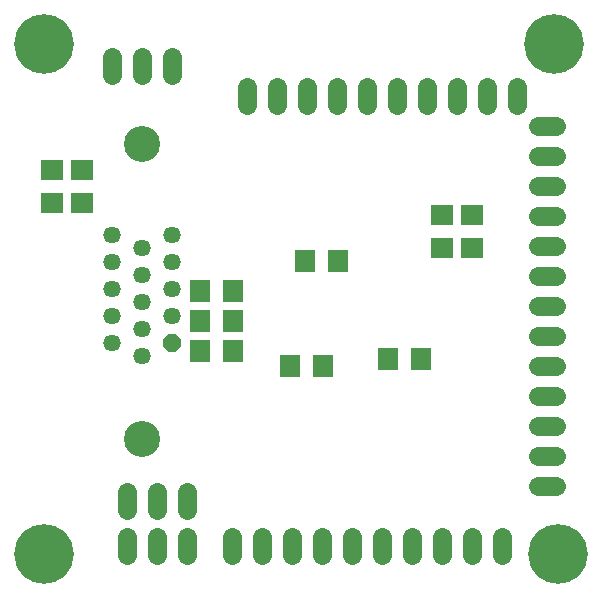
<source format=gbs>
G75*
G70*
%OFA0B0*%
%FSLAX24Y24*%
%IPPOS*%
%LPD*%
%AMOC8*
5,1,8,0,0,1.08239X$1,22.5*
%
%ADD10C,0.0574*%
%ADD11OC8,0.0574*%
%ADD12C,0.1201*%
%ADD13C,0.0620*%
%ADD14R,0.0729X0.0650*%
%ADD15R,0.0650X0.0730*%
%ADD16R,0.0730X0.0650*%
%ADD17R,0.0650X0.0729*%
%ADD18C,0.1989*%
D10*
X007062Y008066D03*
X007062Y008966D03*
X006062Y009416D03*
X006062Y010316D03*
X007062Y010766D03*
X007062Y009866D03*
X008062Y010316D03*
X008062Y009416D03*
X008062Y011216D03*
X008062Y012116D03*
X007062Y011666D03*
X006062Y012116D03*
X006062Y011216D03*
X006062Y008516D03*
D11*
X008062Y008516D03*
D12*
X007062Y005299D03*
X007062Y015141D03*
D13*
X007062Y017420D02*
X007062Y018020D01*
X006062Y018020D02*
X006062Y017420D01*
X008062Y017420D02*
X008062Y018020D01*
X010562Y017020D02*
X010562Y016420D01*
X011562Y016420D02*
X011562Y017020D01*
X012562Y017020D02*
X012562Y016420D01*
X013562Y016420D02*
X013562Y017020D01*
X014562Y017020D02*
X014562Y016420D01*
X015562Y016420D02*
X015562Y017020D01*
X016562Y017020D02*
X016562Y016420D01*
X017562Y016420D02*
X017562Y017020D01*
X018562Y017020D02*
X018562Y016420D01*
X019562Y016420D02*
X019562Y017020D01*
X020262Y015720D02*
X020862Y015720D01*
X020862Y014720D02*
X020262Y014720D01*
X020262Y013720D02*
X020862Y013720D01*
X020862Y012720D02*
X020262Y012720D01*
X020262Y011720D02*
X020862Y011720D01*
X020862Y010720D02*
X020262Y010720D01*
X020262Y009720D02*
X020862Y009720D01*
X020862Y008720D02*
X020262Y008720D01*
X020262Y007720D02*
X020862Y007720D01*
X020862Y006720D02*
X020262Y006720D01*
X020262Y005720D02*
X020862Y005720D01*
X020862Y004720D02*
X020262Y004720D01*
X020262Y003720D02*
X020862Y003720D01*
X019062Y002020D02*
X019062Y001420D01*
X018062Y001420D02*
X018062Y002020D01*
X017062Y002020D02*
X017062Y001420D01*
X016062Y001420D02*
X016062Y002020D01*
X015062Y002020D02*
X015062Y001420D01*
X014062Y001420D02*
X014062Y002020D01*
X013062Y002020D02*
X013062Y001420D01*
X012062Y001420D02*
X012062Y002020D01*
X011062Y002020D02*
X011062Y001420D01*
X010062Y001420D02*
X010062Y002020D01*
X008562Y002020D02*
X008562Y001420D01*
X007562Y001420D02*
X007562Y002020D01*
X007562Y002920D02*
X007562Y003520D01*
X006562Y003520D02*
X006562Y002920D01*
X006562Y002020D02*
X006562Y001420D01*
X008562Y002920D02*
X008562Y003520D01*
D14*
X017062Y011669D03*
X018062Y011669D03*
X018062Y012771D03*
X017062Y012771D03*
D15*
X010122Y010220D03*
X010122Y009220D03*
X010122Y008220D03*
X009002Y008220D03*
X009002Y009220D03*
X009002Y010220D03*
D16*
X005062Y013160D03*
X004062Y013160D03*
X004062Y014280D03*
X005062Y014280D03*
D17*
X012011Y007720D03*
X013113Y007720D03*
X015261Y007970D03*
X016363Y007970D03*
X013613Y011220D03*
X012511Y011220D03*
D18*
X003812Y001470D03*
X020937Y001470D03*
X020812Y018470D03*
X003812Y018470D03*
M02*

</source>
